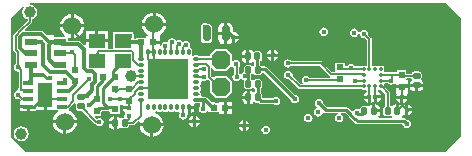
<source format=gtl>
%FSLAX44Y44*%
%MOMM*%
G71*
G01*
G75*
G04 Layer_Physical_Order=1*
G04 Layer_Color=255*
%ADD10C,1.0000*%
%ADD11R,0.6000X0.5000*%
G04:AMPARAMS|DCode=12|XSize=0.508mm|YSize=0.6096mm|CornerRadius=0.127mm|HoleSize=0mm|Usage=FLASHONLY|Rotation=0.000|XOffset=0mm|YOffset=0mm|HoleType=Round|Shape=RoundedRectangle|*
%AMROUNDEDRECTD12*
21,1,0.5080,0.3556,0,0,0.0*
21,1,0.2540,0.6096,0,0,0.0*
1,1,0.2540,0.1270,-0.1778*
1,1,0.2540,-0.1270,-0.1778*
1,1,0.2540,-0.1270,0.1778*
1,1,0.2540,0.1270,0.1778*
%
%ADD12ROUNDEDRECTD12*%
%ADD13P,1.7321X8X22.5*%
G04:AMPARAMS|DCode=14|XSize=0.508mm|YSize=0.6096mm|CornerRadius=0.127mm|HoleSize=0mm|Usage=FLASHONLY|Rotation=270.000|XOffset=0mm|YOffset=0mm|HoleType=Round|Shape=RoundedRectangle|*
%AMROUNDEDRECTD14*
21,1,0.5080,0.3556,0,0,270.0*
21,1,0.2540,0.6096,0,0,270.0*
1,1,0.2540,-0.1778,-0.1270*
1,1,0.2540,-0.1778,0.1270*
1,1,0.2540,0.1778,0.1270*
1,1,0.2540,0.1778,-0.1270*
%
%ADD14ROUNDEDRECTD14*%
G04:AMPARAMS|DCode=15|XSize=0.7112mm|YSize=1.3208mm|CornerRadius=0.1778mm|HoleSize=0mm|Usage=FLASHONLY|Rotation=0.000|XOffset=0mm|YOffset=0mm|HoleType=Round|Shape=RoundedRectangle|*
%AMROUNDEDRECTD15*
21,1,0.7112,0.9652,0,0,0.0*
21,1,0.3556,1.3208,0,0,0.0*
1,1,0.3556,0.1778,-0.4826*
1,1,0.3556,-0.1778,-0.4826*
1,1,0.3556,-0.1778,0.4826*
1,1,0.3556,0.1778,0.4826*
%
%ADD15ROUNDEDRECTD15*%
G04:AMPARAMS|DCode=16|XSize=0.275mm|YSize=0.275mm|CornerRadius=0.0688mm|HoleSize=0mm|Usage=FLASHONLY|Rotation=90.000|XOffset=0mm|YOffset=0mm|HoleType=Round|Shape=RoundedRectangle|*
%AMROUNDEDRECTD16*
21,1,0.2750,0.1375,0,0,90.0*
21,1,0.1375,0.2750,0,0,90.0*
1,1,0.1375,0.0688,0.0688*
1,1,0.1375,0.0688,-0.0688*
1,1,0.1375,-0.0688,-0.0688*
1,1,0.1375,-0.0688,0.0688*
%
%ADD16ROUNDEDRECTD16*%
G04:AMPARAMS|DCode=17|XSize=0.275mm|YSize=0.275mm|CornerRadius=0.0688mm|HoleSize=0mm|Usage=FLASHONLY|Rotation=180.000|XOffset=0mm|YOffset=0mm|HoleType=Round|Shape=RoundedRectangle|*
%AMROUNDEDRECTD17*
21,1,0.2750,0.1375,0,0,180.0*
21,1,0.1375,0.2750,0,0,180.0*
1,1,0.1375,-0.0688,0.0688*
1,1,0.1375,0.0688,0.0688*
1,1,0.1375,0.0688,-0.0688*
1,1,0.1375,-0.0688,-0.0688*
%
%ADD17ROUNDEDRECTD17*%
%ADD18R,0.6096X0.5080*%
%ADD19R,0.5000X0.6000*%
%ADD20R,1.0000X0.6000*%
%ADD21R,0.8500X0.3000*%
%ADD22R,1.3000X2.0000*%
%ADD23R,0.4000X0.4000*%
%ADD24R,0.6000X0.5500*%
%ADD25R,1.4000X1.2000*%
%ADD26R,3.4500X3.4500*%
%ADD27O,0.3000X0.6000*%
%ADD28O,0.6000X0.3000*%
%ADD29C,0.1270*%
%ADD30C,0.2540*%
%ADD31C,0.3000*%
%ADD32C,1.5240*%
%ADD33C,0.4500*%
G36*
X680590Y429909D02*
X693053Y417446D01*
X693143Y417229D01*
Y316577D01*
X693053Y316360D01*
X680590Y303897D01*
X680373Y303807D01*
X325213D01*
X324996Y303897D01*
X313030Y315862D01*
X313033Y315871D01*
D01*
D01*
D01*
X313033Y315871D01*
X313033Y315871D01*
X312897Y316199D01*
X312897D01*
X312869Y316202D01*
X312840Y316230D01*
X312840Y316230D01*
X312840Y316230D01*
X312840Y316230D01*
X312830Y316255D01*
D01*
D01*
D01*
X312830Y316255D01*
X312774Y316391D01*
X312774D01*
X312774Y316391D01*
X312705Y316556D01*
Y316556D01*
D01*
X312697Y316577D01*
Y417229D01*
X312787Y417446D01*
X322620Y427279D01*
X323601Y426473D01*
X322516Y424848D01*
X322029Y422402D01*
X322516Y419956D01*
X323902Y417882D01*
X325976Y416496D01*
X326480Y416395D01*
Y415031D01*
X320429Y408979D01*
X320313Y408956D01*
X319683Y408535D01*
X315008Y403860D01*
X314587Y403230D01*
X314439Y402487D01*
Y390766D01*
X314439Y390766D01*
X314439D01*
X314587Y390022D01*
X315008Y389392D01*
X316320Y388080D01*
Y378602D01*
X315724Y378204D01*
X314946Y377039D01*
X314673Y375666D01*
X314946Y374293D01*
X315724Y373128D01*
X316889Y372350D01*
X318262Y372077D01*
X319114Y371378D01*
Y364513D01*
X319079Y364337D01*
Y359759D01*
X319079Y359759D01*
X319079D01*
X319114Y359583D01*
Y359146D01*
X318516Y356141D01*
X317143Y355868D01*
X315978Y355090D01*
X315200Y353925D01*
X314927Y352552D01*
X315200Y351179D01*
X315978Y350014D01*
X317143Y349236D01*
X318516Y348963D01*
X319218Y349103D01*
X320647Y347675D01*
Y347675D01*
X320386Y346588D01*
X320386Y346588D01*
X320386D01*
Y343818D01*
X327176D01*
Y342548D01*
X328446D01*
Y338508D01*
X333966D01*
Y339758D01*
X340106D01*
Y352298D01*
X342646D01*
Y339758D01*
X350416D01*
Y339778D01*
X352514D01*
X353016Y338567D01*
X350894Y336938D01*
X349265Y334816D01*
X348242Y332344D01*
X348060Y330962D01*
X368220D01*
X368038Y332344D01*
X367015Y334816D01*
X365386Y336938D01*
X363264Y338567D01*
X361096Y339465D01*
Y339535D01*
X361214Y340731D01*
X361325Y340754D01*
X361955Y341175D01*
X366302Y345521D01*
X367422Y344922D01*
X367234Y343980D01*
Y341440D01*
X367431Y340449D01*
X367993Y339609D01*
X368833Y339047D01*
X369824Y338850D01*
X372651D01*
X383437Y328065D01*
X384067Y327644D01*
X384354Y327586D01*
X384812Y326900D01*
X385977Y326122D01*
X387350Y325849D01*
X388723Y326122D01*
X389888Y326900D01*
X390666Y328065D01*
X390939Y329438D01*
X390666Y330811D01*
X389888Y331976D01*
X388723Y332754D01*
X387350Y333027D01*
X385977Y332754D01*
X384936Y332059D01*
X383522Y333473D01*
X384008Y334646D01*
X389088D01*
Y338221D01*
X389339Y338388D01*
X394860D01*
X395306Y338477D01*
X396288Y337671D01*
Y336472D01*
X404828D01*
Y344202D01*
X406478D01*
X407201Y343718D01*
X407610Y343220D01*
X407531Y342820D01*
X412162D01*
Y340280D01*
X407531D01*
X407650Y339681D01*
X408709Y338097D01*
X408955Y337932D01*
X409203Y336686D01*
X408672Y335891D01*
X408399Y334518D01*
X408497Y334025D01*
X407691Y333044D01*
X407352D01*
X406361Y332847D01*
X406081Y332659D01*
X404835Y332907D01*
X404639Y333201D01*
X403379Y334043D01*
X401892Y334339D01*
Y328676D01*
Y323013D01*
X403379Y323309D01*
X404639Y324151D01*
X404835Y324445D01*
X406081Y324693D01*
X406361Y324505D01*
X407352Y324308D01*
X409892D01*
X410883Y324505D01*
X411723Y325067D01*
X412285Y325907D01*
X412449Y326734D01*
X416052D01*
X416795Y326881D01*
X417425Y327303D01*
X420431Y330308D01*
X421647Y329804D01*
X421465Y328422D01*
X441627D01*
X441445Y329804D01*
X440421Y332276D01*
X438792Y334398D01*
X436670Y336027D01*
X434755Y336820D01*
X434682Y337568D01*
X435534Y338509D01*
X436273D01*
X437189Y337897D01*
X438270Y337682D01*
X439351Y337897D01*
X440267Y338509D01*
X441273D01*
X442189Y337897D01*
X443270Y337682D01*
X444351Y337897D01*
X445267Y338509D01*
X446273D01*
X447189Y337897D01*
X448270Y337682D01*
X449351Y337897D01*
X450267Y338509D01*
X451273D01*
X452189Y337897D01*
X453270Y337682D01*
X454351Y337897D01*
X454477Y337981D01*
X455375Y337083D01*
X454954Y336453D01*
X454681Y335080D01*
X454954Y333707D01*
X455732Y332542D01*
X456897Y331764D01*
X458270Y331491D01*
X459643Y331764D01*
X460808Y332542D01*
X461586Y333707D01*
X461859Y335080D01*
X461753Y335612D01*
X462000Y335859D01*
Y342006D01*
X463270D01*
Y343276D01*
X467389D01*
Y343506D01*
X467251Y344200D01*
X468057Y345182D01*
X472644D01*
Y342820D01*
X471918Y341733D01*
X471645Y340360D01*
X471918Y338987D01*
X472696Y337822D01*
X473861Y337044D01*
X475234Y336771D01*
X476607Y337044D01*
X477772Y337822D01*
X478465Y338859D01*
X479680Y338491D01*
Y337860D01*
X487512D01*
X487512Y337860D01*
Y337860D01*
X488220Y337860D01*
X488410Y337670D01*
Y336590D01*
X492680D01*
Y341630D01*
Y346670D01*
X488410D01*
Y345590D01*
X488220Y345400D01*
X487512Y345400D01*
X487512Y345400D01*
Y345400D01*
X485897D01*
X485781Y345573D01*
X484941Y346135D01*
X483950Y346332D01*
X482959Y346135D01*
X482742Y345990D01*
X478729Y350003D01*
X477813Y350615D01*
X476732Y350830D01*
X476732Y350830D01*
X475018D01*
X473379Y351925D01*
X473594Y353006D01*
X473379Y354087D01*
X472767Y355003D01*
Y356009D01*
X473379Y356925D01*
X473594Y358006D01*
X473379Y359087D01*
X472767Y360003D01*
Y361009D01*
X473379Y361925D01*
X473594Y363006D01*
X473586Y363050D01*
X474217Y363995D01*
X474431Y364210D01*
X475742Y363949D01*
X477115Y364222D01*
X478280Y365000D01*
X478455Y365262D01*
X479719Y365387D01*
X480695Y364410D01*
Y364045D01*
X480695Y364045D01*
X480695Y364045D01*
Y354775D01*
X485331Y350139D01*
X494602D01*
X499237Y354775D01*
Y364045D01*
X494602Y368681D01*
X485331D01*
X484259Y367610D01*
X482989D01*
X481839Y368759D01*
Y374831D01*
X483013Y375317D01*
X485584Y372745D01*
X494855D01*
X498479Y376369D01*
X499743Y376244D01*
X500128Y375668D01*
X501293Y374890D01*
X501486Y374852D01*
Y370474D01*
X500890Y370076D01*
X500112Y368911D01*
X499839Y367538D01*
X500112Y366165D01*
X500890Y365000D01*
X502055Y364222D01*
X503428Y363949D01*
X504801Y364222D01*
X505966Y365000D01*
X506519Y365828D01*
X507789D01*
X508002Y365508D01*
X509167Y364730D01*
X509667Y364631D01*
X509735Y364465D01*
X509538Y363474D01*
Y359918D01*
X509735Y358927D01*
X510297Y358087D01*
X511137Y357525D01*
X512128Y357328D01*
X514668D01*
X515659Y357525D01*
X516499Y358087D01*
X516763Y358481D01*
X518033D01*
X518297Y358087D01*
X518808Y357745D01*
Y354893D01*
X517593Y354524D01*
X517415Y354791D01*
X516155Y355633D01*
X514668Y355929D01*
Y350266D01*
Y344603D01*
X516155Y344899D01*
X517415Y345741D01*
X517611Y346035D01*
X518857Y346283D01*
X519137Y346095D01*
X520128Y345898D01*
X522103D01*
X522615Y345387D01*
X522615D01*
X522615Y345387D01*
X522615Y345387D01*
Y345387D01*
X523455Y344825D01*
X524446Y344628D01*
X534544D01*
X535630Y343902D01*
X537004Y343629D01*
X538377Y343902D01*
X539541Y344680D01*
X540319Y345845D01*
X540592Y347218D01*
X540319Y348591D01*
X539541Y349756D01*
X538377Y350534D01*
X537004Y350807D01*
X535630Y350534D01*
X534544Y349808D01*
X525519D01*
X525258Y350069D01*
Y352044D01*
X525061Y353035D01*
X524499Y353875D01*
X523988Y354217D01*
Y357745D01*
X524499Y358087D01*
X525061Y358927D01*
X525258Y359918D01*
Y363474D01*
X525061Y364465D01*
X524499Y365305D01*
X523659Y365867D01*
X522668Y366064D01*
X520128D01*
X519137Y365867D01*
X518297Y365305D01*
X518033Y364911D01*
X516763D01*
X516499Y365305D01*
X515988Y365647D01*
Y368046D01*
Y369683D01*
X516499Y370025D01*
X516763Y370420D01*
X518033D01*
X518297Y370025D01*
X519137Y369463D01*
X520128Y369266D01*
X522668D01*
X523659Y369463D01*
X524499Y370025D01*
X525061Y370865D01*
X525147Y371298D01*
X526739D01*
X549133Y348904D01*
X549388Y347623D01*
X550166Y346458D01*
X551331Y345680D01*
X552704Y345407D01*
X554077Y345680D01*
X555242Y346458D01*
X556020Y347623D01*
X556293Y348996D01*
X556020Y350369D01*
X555242Y351534D01*
X554077Y352312D01*
X552796Y352567D01*
X529643Y375719D01*
X528803Y376281D01*
X527812Y376478D01*
X525011D01*
X524499Y377243D01*
X523734Y377755D01*
Y381113D01*
X524245Y381455D01*
X524807Y382295D01*
X525004Y383286D01*
Y386842D01*
X524807Y387833D01*
X524245Y388673D01*
X523405Y389235D01*
X522414Y389432D01*
X519874D01*
X518883Y389235D01*
X518603Y389047D01*
X517357Y389295D01*
X517161Y389589D01*
X515901Y390431D01*
X514414Y390727D01*
Y385064D01*
Y379401D01*
X515901Y379697D01*
X517161Y380539D01*
X517339Y380806D01*
X518554Y380437D01*
Y377415D01*
X518297Y377243D01*
X518033Y376848D01*
X516763D01*
X516499Y377243D01*
X515659Y377805D01*
X514668Y378002D01*
X512128D01*
X511137Y377805D01*
X510297Y377243D01*
X509735Y376403D01*
X509538Y375412D01*
Y371856D01*
X509619Y371452D01*
X509167Y371362D01*
X508002Y370584D01*
X507449Y369756D01*
X506179D01*
X505966Y370076D01*
X505370Y370474D01*
Y375918D01*
X505982Y376833D01*
X506255Y378206D01*
X505982Y379579D01*
X505204Y380744D01*
X504039Y381522D01*
X502666Y381795D01*
X501293Y381522D01*
X500611Y381066D01*
X499491Y381665D01*
Y386651D01*
X494855Y391287D01*
X485584D01*
X480949Y386651D01*
Y384948D01*
X472804D01*
X472767Y385003D01*
X471851Y385615D01*
X470770Y385830D01*
X467770D01*
X466799Y385637D01*
X465901Y386535D01*
X466094Y387506D01*
Y390506D01*
X465879Y391587D01*
X465267Y392503D01*
X464351Y393115D01*
X464351Y393115D01*
X464351D01*
X463746Y393392D01*
X463746Y393392D01*
X464019Y394765D01*
X463746Y396139D01*
X462968Y397303D01*
X461803Y398081D01*
X460430Y398354D01*
X459057Y398081D01*
X457892Y397303D01*
X457198Y397762D01*
X457198Y397762D01*
X456033Y398540D01*
X454660Y398813D01*
X453287Y398540D01*
X453043Y398377D01*
X451797Y398625D01*
X451356Y399286D01*
X450191Y400064D01*
X448818Y400337D01*
X447445Y400064D01*
X446280Y399286D01*
X445502Y398121D01*
X445474Y397980D01*
X444418Y397275D01*
X443270Y397503D01*
X441897Y397230D01*
X440732Y396452D01*
X439954Y395287D01*
X439681Y393914D01*
X439681Y393914D01*
X439681Y393914D01*
X439522Y393529D01*
X438276Y393776D01*
Y395732D01*
X432736D01*
Y398272D01*
X438276D01*
Y402042D01*
X438276D01*
Y402937D01*
X438702Y403113D01*
X440824Y404742D01*
X442453Y406864D01*
X443476Y409336D01*
X443658Y410718D01*
X423498D01*
X423680Y409336D01*
X424703Y406864D01*
X426332Y404742D01*
X428283Y403245D01*
X427875Y402042D01*
X427196D01*
Y400772D01*
X427006D01*
Y400772D01*
X418466D01*
Y399826D01*
X417145D01*
X416339Y400808D01*
X416593Y402082D01*
X416320Y403455D01*
X415542Y404620D01*
X415510Y404641D01*
Y405406D01*
X414336D01*
X413004Y405671D01*
X411672Y405406D01*
X398970D01*
Y391324D01*
X394780D01*
Y396866D01*
X375700D01*
Y394748D01*
X374527Y394262D01*
X371567Y397221D01*
X370651Y397833D01*
X369570Y398048D01*
X369570Y398048D01*
X360346D01*
Y400189D01*
X361402Y400895D01*
X361584Y400820D01*
X362966Y400638D01*
Y409448D01*
X354156D01*
X354338Y408066D01*
X355361Y405594D01*
X356990Y403472D01*
X358354Y402425D01*
X357946Y401222D01*
X349076D01*
Y402952D01*
X342710D01*
X340058Y405603D01*
X339142Y406215D01*
X338061Y406430D01*
X338061Y406430D01*
X325033D01*
X324547Y407604D01*
X329795Y412853D01*
X330216Y413483D01*
X330364Y414226D01*
Y416395D01*
X330868Y416496D01*
X332942Y417882D01*
X334328Y419956D01*
X334815Y422402D01*
X334328Y424848D01*
X332942Y426922D01*
X330868Y428308D01*
X328722Y428735D01*
X328846Y429999D01*
X680373D01*
X680590Y429909D01*
D02*
G37*
%LPC*%
G36*
X652077Y338328D02*
X648716D01*
Y334967D01*
X649315Y335086D01*
X650899Y336145D01*
X651958Y337729D01*
X652077Y338328D01*
D02*
G37*
G36*
X499490Y340360D02*
X495220D01*
Y336590D01*
X499490D01*
Y340360D01*
D02*
G37*
G36*
X467389Y340736D02*
X464540D01*
Y336640D01*
X464846Y336700D01*
X466183Y337593D01*
X467076Y338930D01*
X467389Y340506D01*
Y340736D01*
D02*
G37*
G36*
X399352Y334339D02*
X397865Y334043D01*
X396605Y333201D01*
X395763Y331941D01*
X395467Y330454D01*
Y329946D01*
X399352D01*
Y334339D01*
D02*
G37*
G36*
X466344Y334577D02*
X465745Y334458D01*
X464161Y333399D01*
X463102Y331815D01*
X462983Y331216D01*
X466344D01*
Y334577D01*
D02*
G37*
G36*
X468884D02*
Y331216D01*
X472245D01*
X472126Y331815D01*
X471067Y333399D01*
X469483Y334458D01*
X468884Y334577D01*
D02*
G37*
G36*
X499490Y346670D02*
X495220D01*
Y342900D01*
X499490D01*
Y346670D01*
D02*
G37*
G36*
X512128Y348996D02*
X508243D01*
Y348488D01*
X508539Y347001D01*
X509381Y345741D01*
X510641Y344899D01*
X512128Y344603D01*
Y348996D01*
D02*
G37*
G36*
X642112Y348996D02*
X638751D01*
X638870Y348397D01*
X639929Y346813D01*
X641513Y345754D01*
X642112Y345635D01*
Y348996D01*
D02*
G37*
G36*
X325906Y341278D02*
X320386D01*
Y338508D01*
X325906D01*
Y341278D01*
D02*
G37*
G36*
X620966Y344499D02*
Y340106D01*
X624851D01*
Y340614D01*
X624555Y342101D01*
X623713Y343361D01*
X622453Y344203D01*
X620966Y344499D01*
D02*
G37*
G36*
X648716Y344229D02*
Y340868D01*
X652077D01*
X651958Y341467D01*
X650899Y343051D01*
X649315Y344110D01*
X648716Y344229D01*
D02*
G37*
G36*
X564250Y336213D02*
X562877Y335940D01*
X561712Y335162D01*
X560934Y333997D01*
X560661Y332624D01*
X560934Y331251D01*
X561712Y330086D01*
X562877Y329308D01*
X564250Y329035D01*
X565623Y329308D01*
X566788Y330086D01*
X567566Y331251D01*
X567839Y332624D01*
X567566Y333997D01*
X566788Y335162D01*
X565623Y335940D01*
X564250Y336213D01*
D02*
G37*
G36*
X528066Y326423D02*
X526693Y326150D01*
X525528Y325372D01*
X524750Y324207D01*
X524477Y322834D01*
X524750Y321461D01*
X525528Y320296D01*
X526693Y319518D01*
X528066Y319245D01*
X529439Y319518D01*
X530604Y320296D01*
X531382Y321461D01*
X531655Y322834D01*
X531382Y324207D01*
X530604Y325372D01*
X529439Y326150D01*
X528066Y326423D01*
D02*
G37*
G36*
X356870Y328422D02*
X348060D01*
X348242Y327040D01*
X349265Y324568D01*
X350894Y322446D01*
X353016Y320817D01*
X355488Y319793D01*
X356870Y319611D01*
Y328422D01*
D02*
G37*
G36*
X368220D02*
X359410D01*
Y319611D01*
X360792Y319793D01*
X363264Y320817D01*
X365386Y322446D01*
X367015Y324568D01*
X368038Y327040D01*
X368220Y328422D01*
D02*
G37*
G36*
X321310Y325925D02*
X318864Y325438D01*
X316790Y324052D01*
X315404Y321978D01*
X314917Y319532D01*
X315404Y317086D01*
X316790Y315012D01*
X318864Y313626D01*
X321310Y313139D01*
X323756Y313626D01*
X325830Y315012D01*
X327216Y317086D01*
X327703Y319532D01*
X327216Y321978D01*
X325830Y324052D01*
X323756Y325438D01*
X321310Y325925D01*
D02*
G37*
G36*
X430276Y325882D02*
X421465D01*
X421647Y324500D01*
X422671Y322028D01*
X424300Y319906D01*
X426422Y318277D01*
X428894Y317253D01*
X430276Y317071D01*
Y325882D01*
D02*
G37*
G36*
X441627D02*
X432816D01*
Y317071D01*
X434198Y317253D01*
X436670Y318277D01*
X438792Y319906D01*
X440421Y322028D01*
X441445Y324500D01*
X441627Y325882D01*
D02*
G37*
G36*
X508508Y325120D02*
X505147D01*
X505266Y324521D01*
X506325Y322937D01*
X507909Y321878D01*
X508508Y321759D01*
Y325120D01*
D02*
G37*
G36*
X472245Y328676D02*
X468884D01*
Y325315D01*
X469483Y325434D01*
X471067Y326493D01*
X472126Y328077D01*
X472245Y328676D01*
D02*
G37*
G36*
X508508Y331021D02*
X507909Y330902D01*
X506325Y329843D01*
X505266Y328259D01*
X505147Y327660D01*
X508508D01*
Y331021D01*
D02*
G37*
G36*
X511048D02*
Y327660D01*
X514409D01*
X514290Y328259D01*
X513231Y329843D01*
X511647Y330902D01*
X511048Y331021D01*
D02*
G37*
G36*
X514409Y325120D02*
X511048D01*
Y321759D01*
X511647Y321878D01*
X513231Y322937D01*
X514290Y324521D01*
X514409Y325120D01*
D02*
G37*
G36*
X399352Y327406D02*
X395467D01*
Y326898D01*
X395763Y325411D01*
X396605Y324151D01*
X397865Y323309D01*
X399352Y323013D01*
Y327406D01*
D02*
G37*
G36*
X466344Y328676D02*
X462983D01*
X463102Y328077D01*
X464161Y326493D01*
X465745Y325434D01*
X466344Y325315D01*
Y328676D01*
D02*
G37*
G36*
X505265Y399796D02*
X501904D01*
Y396435D01*
X502503Y396554D01*
X504087Y397613D01*
X505146Y399197D01*
X505265Y399796D01*
D02*
G37*
G36*
X383970Y406676D02*
X375700D01*
Y399406D01*
X383970D01*
Y406676D01*
D02*
G37*
G36*
X394780D02*
X386510D01*
Y399406D01*
X394780D01*
Y406676D01*
D02*
G37*
G36*
X492886Y403098D02*
X487975D01*
Y399542D01*
X488311Y397857D01*
X489265Y396429D01*
X490693Y395475D01*
X492378Y395139D01*
X492886D01*
Y403098D01*
D02*
G37*
G36*
X477012Y413291D02*
X475639Y413018D01*
X474474Y412240D01*
X473696Y411075D01*
X473581Y410494D01*
X473507Y410383D01*
X473270Y409194D01*
Y399542D01*
X473507Y398353D01*
X474180Y397345D01*
X475189Y396671D01*
X476378Y396434D01*
X479934D01*
X481123Y396671D01*
X482132Y397345D01*
X482805Y398353D01*
X483042Y399542D01*
Y409194D01*
X482805Y410383D01*
X482132Y411391D01*
X481123Y412065D01*
X479934Y412302D01*
X479457D01*
X478385Y413018D01*
X477012Y413291D01*
D02*
G37*
G36*
X495934Y413597D02*
X495426D01*
Y404368D01*
Y395139D01*
X495934D01*
X497619Y395475D01*
X499047Y396429D01*
X499088Y396490D01*
X499364Y396435D01*
Y401066D01*
X500634D01*
Y402336D01*
X505265D01*
X505146Y402935D01*
X504087Y404519D01*
X502503Y405578D01*
X500634Y405950D01*
X500337Y406194D01*
Y409194D01*
X500001Y410879D01*
X499047Y412307D01*
X497619Y413261D01*
X495934Y413597D01*
D02*
G37*
G36*
X374316Y409448D02*
X365506D01*
Y400638D01*
X366888Y400820D01*
X369360Y401843D01*
X371482Y403472D01*
X373111Y405594D01*
X374134Y408066D01*
X374316Y409448D01*
D02*
G37*
G36*
X365506Y420798D02*
Y411988D01*
X374316D01*
X374134Y413370D01*
X373111Y415842D01*
X371482Y417964D01*
X369360Y419593D01*
X366888Y420616D01*
X365506Y420798D01*
D02*
G37*
G36*
X432308Y422068D02*
X430926Y421886D01*
X428454Y420863D01*
X426332Y419234D01*
X424703Y417112D01*
X423680Y414640D01*
X423498Y413258D01*
X432308D01*
Y422068D01*
D02*
G37*
G36*
X434848D02*
Y413258D01*
X443658D01*
X443476Y414640D01*
X442453Y417112D01*
X440824Y419234D01*
X438702Y420863D01*
X436230Y421886D01*
X434848Y422068D01*
D02*
G37*
G36*
X577250Y409573D02*
X575877Y409300D01*
X574712Y408522D01*
X573934Y407357D01*
X573661Y405984D01*
X573934Y404611D01*
X574712Y403446D01*
X575877Y402668D01*
X577250Y402395D01*
X578623Y402668D01*
X579788Y403446D01*
X580566Y404611D01*
X580839Y405984D01*
X580566Y407357D01*
X579788Y408522D01*
X578623Y409300D01*
X577250Y409573D01*
D02*
G37*
G36*
X492886Y413597D02*
X492378D01*
X490693Y413261D01*
X489265Y412307D01*
X488311Y410879D01*
X487975Y409194D01*
Y405638D01*
X492886D01*
Y413597D01*
D02*
G37*
G36*
X362966Y420798D02*
X361584Y420616D01*
X359112Y419593D01*
X356990Y417964D01*
X355361Y415842D01*
X354338Y413370D01*
X354156Y411988D01*
X362966D01*
Y420798D01*
D02*
G37*
G36*
X535178Y390711D02*
Y387350D01*
X538539D01*
X538420Y387949D01*
X537361Y389533D01*
X535777Y390592D01*
X535178Y390711D01*
D02*
G37*
G36*
X512128Y355929D02*
X510641Y355633D01*
X509381Y354791D01*
X508539Y353531D01*
X508243Y352044D01*
Y351536D01*
X512128D01*
Y355929D01*
D02*
G37*
G36*
X648422Y357966D02*
X638342D01*
Y353696D01*
X638566D01*
X639165Y352576D01*
X638870Y352135D01*
X638751Y351536D01*
X648013D01*
X647894Y352135D01*
X647599Y352576D01*
X648198Y353696D01*
X648422D01*
Y357966D01*
D02*
G37*
G36*
X654558Y359220D02*
X650165D01*
X650461Y357733D01*
X651303Y356473D01*
X652563Y355631D01*
X654050Y355335D01*
X654558D01*
Y359220D01*
D02*
G37*
G36*
X648013Y348996D02*
X644652D01*
Y345635D01*
X645251Y345754D01*
X646835Y346813D01*
X647894Y348397D01*
X648013Y348996D01*
D02*
G37*
G36*
X614720Y349290D02*
X611359D01*
X611478Y348691D01*
X612537Y347107D01*
X614121Y346048D01*
X614720Y345929D01*
Y349290D01*
D02*
G37*
G36*
X625621Y349718D02*
X622260D01*
Y346357D01*
X622859Y346476D01*
X624443Y347535D01*
X625502Y349119D01*
X625621Y349718D01*
D02*
G37*
G36*
X661491Y359220D02*
X657098D01*
Y355335D01*
X657606D01*
X659093Y355631D01*
X660353Y356473D01*
X661195Y357733D01*
X661491Y359220D01*
D02*
G37*
G36*
X538539Y384810D02*
X535178D01*
Y381449D01*
X535777Y381568D01*
X537361Y382627D01*
X538420Y384211D01*
X538539Y384810D01*
D02*
G37*
G36*
X511874Y390727D02*
X510387Y390431D01*
X509127Y389589D01*
X508285Y388329D01*
X507989Y386842D01*
Y386334D01*
X511874D01*
Y390727D01*
D02*
G37*
G36*
X532638Y390711D02*
X532039Y390592D01*
X530455Y389533D01*
X529396Y387949D01*
X529277Y387350D01*
X532638D01*
Y390711D01*
D02*
G37*
G36*
X603250Y408719D02*
X601877Y408446D01*
X600712Y407668D01*
X599934Y406503D01*
X599661Y405130D01*
X599934Y403757D01*
X600712Y402592D01*
X601877Y401814D01*
X603250Y401541D01*
X604623Y401814D01*
X605788Y402592D01*
X606566Y403757D01*
X606578Y403818D01*
X607848D01*
X608062Y402741D01*
X608840Y401576D01*
X610005Y400798D01*
X611378Y400525D01*
X612080Y400665D01*
X614048Y398698D01*
Y377335D01*
X612928Y376736D01*
X612441Y377061D01*
X611678Y377213D01*
X610303D01*
X609539Y377061D01*
X608891Y376629D01*
X608787Y376472D01*
X603134D01*
X602486Y377442D01*
X601321Y378220D01*
X599948Y378493D01*
X598575Y378220D01*
X597410Y377442D01*
X596845Y376596D01*
X595630Y376965D01*
Y379476D01*
X586994D01*
Y371973D01*
X584543D01*
X576175Y380341D01*
X575545Y380762D01*
X574802Y380910D01*
X549798D01*
X549400Y381506D01*
X548235Y382284D01*
X546862Y382557D01*
X545489Y382284D01*
X544324Y381506D01*
X543546Y380341D01*
X543273Y378968D01*
X543546Y377595D01*
X544324Y376430D01*
X545489Y375652D01*
X546862Y375379D01*
X548235Y375652D01*
X549400Y376430D01*
X549798Y377026D01*
X573997D01*
X582366Y368658D01*
X582873Y368319D01*
X582504Y367103D01*
X565183D01*
X564894Y367536D01*
X563729Y368314D01*
X562356Y368587D01*
X560983Y368314D01*
X559818Y367536D01*
X559040Y366371D01*
X558767Y364998D01*
X559040Y363625D01*
X559730Y362592D01*
X559131Y361472D01*
X557961D01*
X550819Y368614D01*
X550959Y369316D01*
X550686Y370689D01*
X549908Y371854D01*
X548743Y372632D01*
X547370Y372905D01*
X545997Y372632D01*
X544832Y371854D01*
X544054Y370689D01*
X543781Y369316D01*
X544054Y367943D01*
X544832Y366778D01*
X545997Y366000D01*
X547370Y365727D01*
X548072Y365867D01*
X555783Y358157D01*
X555783Y358157D01*
X556413Y357736D01*
X556413Y357735D01*
X556413Y357735D01*
D01*
X556413Y357735D01*
X556413Y357735D01*
X557156Y357588D01*
X557156Y357588D01*
X608787D01*
X608891Y357431D01*
X609539Y356998D01*
X610303Y356847D01*
X611678D01*
X612441Y356998D01*
X612441Y356998D01*
X612441Y356998D01*
X612685Y356950D01*
X612976Y356516D01*
X613678Y356046D01*
X613678Y354776D01*
X612537Y354013D01*
X611478Y352429D01*
X611359Y351830D01*
X615990D01*
Y350560D01*
X617260D01*
Y345929D01*
X617859Y346048D01*
X618810Y346684D01*
X619121Y346476D01*
X619720Y346357D01*
Y350988D01*
X620990D01*
Y352258D01*
X625621D01*
X625502Y352857D01*
X624443Y354441D01*
X623622Y354990D01*
X623622Y356180D01*
X624604Y356986D01*
X625303Y356847D01*
X626180D01*
X629566Y353461D01*
Y343070D01*
X629247Y343007D01*
X628407Y342445D01*
X627845Y341605D01*
X627648Y340614D01*
Y337058D01*
X627845Y336067D01*
X628407Y335227D01*
X629247Y334665D01*
X630238Y334468D01*
X632778D01*
X633769Y334665D01*
X634049Y334853D01*
X634725Y334718D01*
X635378Y333629D01*
X635200Y333044D01*
X624004D01*
X623635Y334259D01*
X623713Y334311D01*
X624555Y335571D01*
X624851Y337058D01*
Y337566D01*
X619696D01*
Y338836D01*
X618426D01*
Y344499D01*
X616939Y344203D01*
X615679Y343361D01*
X615483Y343067D01*
X614237Y342819D01*
X613957Y343007D01*
X612966Y343204D01*
X610426D01*
X609435Y343007D01*
X608595Y342445D01*
X608033Y341605D01*
X607882Y340842D01*
X606826Y340136D01*
X605536Y340393D01*
X604163Y340120D01*
X602998Y339342D01*
X602580Y338715D01*
X601316Y338591D01*
X598223Y341683D01*
X597383Y342245D01*
X596392Y342442D01*
X579939D01*
X576849Y345532D01*
X576594Y346813D01*
X575816Y347978D01*
X574651Y348756D01*
X573278Y349029D01*
X571905Y348756D01*
X570740Y347978D01*
X569962Y346813D01*
X569689Y345440D01*
X569962Y344067D01*
X570740Y342902D01*
X571841Y342166D01*
X571594Y340921D01*
X571397Y340882D01*
X570232Y340104D01*
X569454Y338939D01*
X569181Y337566D01*
X569454Y336193D01*
X570232Y335028D01*
X571397Y334250D01*
X572770Y333977D01*
X574143Y334250D01*
X575308Y335028D01*
X576086Y336193D01*
X576295Y337245D01*
X577468Y337731D01*
X577875Y337459D01*
X578866Y337262D01*
X589209D01*
X589333Y335998D01*
X589039Y335940D01*
X587874Y335162D01*
X587096Y333997D01*
X586823Y332624D01*
X587096Y331251D01*
X587874Y330086D01*
X589039Y329308D01*
X590412Y329035D01*
X591785Y329308D01*
X592950Y330086D01*
X593728Y331251D01*
X594001Y332624D01*
X593728Y333997D01*
X592950Y335162D01*
X591785Y335940D01*
X591491Y335998D01*
X591615Y337262D01*
X595319D01*
X598254Y334327D01*
X598327Y333960D01*
X598353Y333829D01*
X598915Y332989D01*
X601721Y330183D01*
X602561Y329621D01*
X603059Y329522D01*
X603959Y328623D01*
X604799Y328061D01*
X605790Y327864D01*
X643833D01*
X643875Y327822D01*
X644130Y326541D01*
X644908Y325376D01*
X646073Y324598D01*
X647446Y324325D01*
X648819Y324598D01*
X649984Y325376D01*
X650762Y326541D01*
X651035Y327914D01*
X650762Y329287D01*
X649984Y330452D01*
X648819Y331230D01*
X647538Y331485D01*
X646737Y332285D01*
X645897Y332847D01*
X644906Y333044D01*
X643816D01*
X643528Y333991D01*
X644181Y335081D01*
X645263Y335296D01*
X645577Y335086D01*
X646176Y334967D01*
Y339598D01*
Y344229D01*
X645577Y344110D01*
X643993Y343051D01*
D01*
X643525Y343361D01*
X643525Y343361D01*
Y343361D01*
X642265Y344203D01*
X640778Y344499D01*
Y338836D01*
X638238D01*
Y344499D01*
X636751Y344203D01*
X635491Y343361D01*
X635295Y343067D01*
X634432Y342896D01*
X633450Y343701D01*
Y354266D01*
X633302Y355009D01*
X632881Y355639D01*
X628673Y359847D01*
Y360218D01*
X628521Y360981D01*
X628196Y361468D01*
X628795Y362588D01*
X631596D01*
X631994Y361992D01*
X633159Y361214D01*
X634532Y360941D01*
X635905Y361214D01*
X637070Y361992D01*
X637127Y362077D01*
X638342Y361709D01*
Y360506D01*
X648422D01*
Y364776D01*
X647342D01*
X647152Y364966D01*
X647152Y365650D01*
X648050Y366548D01*
X650963D01*
X651768Y365566D01*
X651597Y364703D01*
X651303Y364507D01*
X650461Y363247D01*
X650165Y361760D01*
X661491D01*
X661195Y363247D01*
X660353Y364507D01*
X660059Y364703D01*
X659811Y365949D01*
X659999Y366229D01*
X660196Y367220D01*
Y369760D01*
X659999Y370751D01*
X659437Y371591D01*
X658597Y372153D01*
X657606Y372350D01*
X654050D01*
X653059Y372153D01*
X652219Y371591D01*
X651657Y370751D01*
X651594Y370432D01*
X647152D01*
Y373506D01*
X639612D01*
Y371472D01*
X628795D01*
X628196Y372592D01*
X628521Y373079D01*
X628673Y373843D01*
Y375218D01*
X628521Y375981D01*
X628089Y376629D01*
X627441Y377061D01*
X626678Y377213D01*
X625303D01*
X624539Y377061D01*
X623891Y376629D01*
X623089D01*
Y376629D01*
X622441Y377062D01*
X621678Y377213D01*
X620303D01*
X619539Y377062D01*
X619052Y376736D01*
X617932Y377335D01*
Y399502D01*
X617785Y400245D01*
X617363Y400875D01*
X614827Y403412D01*
X614967Y404114D01*
X614694Y405487D01*
X613916Y406652D01*
X612751Y407430D01*
X611378Y407703D01*
X610005Y407430D01*
X608840Y406652D01*
X608062Y405487D01*
X608050Y405426D01*
X606780D01*
X606566Y406503D01*
X605788Y407668D01*
X604623Y408446D01*
X603250Y408719D01*
D02*
G37*
G36*
X511874Y383794D02*
X507989D01*
Y383286D01*
X508285Y381799D01*
X509127Y380539D01*
X510387Y379697D01*
X511874Y379401D01*
Y383794D01*
D02*
G37*
G36*
X532638Y384810D02*
X529277D01*
X529396Y384211D01*
X530455Y382627D01*
X532039Y381568D01*
X532638Y381449D01*
Y384810D01*
D02*
G37*
%LPD*%
D10*
X414060Y368006D02*
D03*
X328422Y422402D02*
D03*
X321310Y319532D02*
D03*
D11*
X483950Y341630D02*
D03*
X493950D02*
D03*
X400478Y367792D02*
D03*
X390478D02*
D03*
X432736Y397002D02*
D03*
X422736D02*
D03*
D12*
X521398Y361696D02*
D03*
X513398D02*
D03*
X521398Y350266D02*
D03*
X513398D02*
D03*
Y373634D02*
D03*
X521398D02*
D03*
X513144Y385064D02*
D03*
X521144D02*
D03*
X619696Y338836D02*
D03*
X611696D02*
D03*
X631508D02*
D03*
X639508D02*
D03*
X408622Y328676D02*
D03*
X400622D02*
D03*
D13*
X489966Y359410D02*
D03*
X490220Y382016D02*
D03*
D14*
X371602Y350710D02*
D03*
Y342710D02*
D03*
X655828Y360490D02*
D03*
Y368490D02*
D03*
D15*
X494156Y404368D02*
D03*
X478156D02*
D03*
D16*
X610990Y359530D02*
D03*
Y364530D02*
D03*
Y369530D02*
D03*
Y374530D02*
D03*
X625990D02*
D03*
Y369530D02*
D03*
Y364530D02*
D03*
Y359530D02*
D03*
D17*
X615990Y374530D02*
D03*
X620990D02*
D03*
Y359530D02*
D03*
X615990D02*
D03*
D18*
X591312Y375666D02*
D03*
Y365586D02*
D03*
D19*
X643382Y359236D02*
D03*
Y369236D02*
D03*
X366776Y363808D02*
D03*
Y373808D02*
D03*
X385318Y338916D02*
D03*
Y348916D02*
D03*
X412750Y357552D02*
D03*
Y347552D02*
D03*
D20*
X354076Y377952D02*
D03*
Y387452D02*
D03*
Y396952D02*
D03*
X329076D02*
D03*
Y377952D02*
D03*
Y387452D02*
D03*
D21*
X355576Y342548D02*
D03*
Y349048D02*
D03*
Y355548D02*
D03*
Y362048D02*
D03*
X327176Y342548D02*
D03*
Y349048D02*
D03*
Y355548D02*
D03*
Y362048D02*
D03*
D22*
X341376Y352298D02*
D03*
D23*
X396558Y348742D02*
D03*
X404558D02*
D03*
D24*
X400558Y356992D02*
D03*
Y340492D02*
D03*
D25*
X407240Y398136D02*
D03*
X385240Y398136D02*
D03*
X407240Y381136D02*
D03*
X385240Y381136D02*
D03*
D26*
X445770Y365506D02*
D03*
D27*
X428270Y389006D02*
D03*
X433270D02*
D03*
X438270D02*
D03*
X443270D02*
D03*
X448270D02*
D03*
X453270D02*
D03*
X458270D02*
D03*
X463270D02*
D03*
Y342006D02*
D03*
X458270D02*
D03*
X453270D02*
D03*
X448270D02*
D03*
X443270D02*
D03*
X438270D02*
D03*
X433270D02*
D03*
X428270D02*
D03*
D28*
X469270Y383006D02*
D03*
Y378006D02*
D03*
Y373006D02*
D03*
Y368006D02*
D03*
Y363006D02*
D03*
Y358006D02*
D03*
Y353006D02*
D03*
Y348006D02*
D03*
X422270D02*
D03*
Y353006D02*
D03*
Y358006D02*
D03*
Y363006D02*
D03*
Y368006D02*
D03*
Y373006D02*
D03*
Y378006D02*
D03*
Y383006D02*
D03*
D29*
X338126Y349048D02*
X355576D01*
X336736D02*
X338126D01*
X321056Y407162D02*
X321358D01*
X328422Y414226D01*
Y423926D01*
X531876Y386080D02*
X533908D01*
X458270Y335080D02*
Y342006D01*
X503428Y367538D02*
Y377444D01*
X502666Y378206D02*
X503428Y377444D01*
X458270Y389006D02*
Y392605D01*
X460430Y394765D01*
X489230Y383006D02*
X490220Y382016D01*
X469270Y383006D02*
X489230D01*
X469270Y378006D02*
X469561Y378297D01*
X477463D01*
X479897Y375863D01*
Y367955D02*
Y375863D01*
Y367955D02*
X490220Y357632D01*
X453270Y393834D02*
X454660Y395224D01*
X453270Y389006D02*
Y393834D01*
X448270Y396200D02*
X448818Y396748D01*
X448270Y389006D02*
Y396200D01*
X443270Y389006D02*
Y393914D01*
X471721Y374142D02*
X475742D01*
X470117Y367538D02*
X475742D01*
X316381Y402487D02*
X321056Y407162D01*
X316381Y390766D02*
Y402487D01*
Y390766D02*
X318262Y388885D01*
Y375666D02*
Y388885D01*
X319024Y375666D02*
X321056Y373634D01*
X318262Y375666D02*
X319024D01*
X321056Y364372D02*
Y373634D01*
X321021Y364337D02*
X321056Y364372D01*
X321021Y359759D02*
Y364337D01*
Y359759D02*
X321056Y359724D01*
Y356616D02*
Y359724D01*
X412750Y357552D02*
X414702D01*
X420156Y363006D01*
X422270D01*
X385240Y381136D02*
Y387272D01*
X387350Y389382D01*
X414688D01*
X416145Y387925D01*
Y382177D02*
Y387925D01*
Y382177D02*
X420316Y378006D01*
X422270D01*
X438270Y340691D02*
Y342006D01*
X414060Y368006D02*
X422270D01*
X364998Y346964D02*
Y352988D01*
X365252Y387604D02*
X366776Y386080D01*
Y373808D02*
Y386080D01*
X360582Y342548D02*
X364998Y346964D01*
X355576Y342548D02*
X360582D01*
X469270Y378006D02*
X470585D01*
X432736Y389006D02*
Y397002D01*
Y386230D02*
Y389006D01*
X433270Y378006D02*
Y389006D01*
X428270Y383006D02*
Y389006D01*
X432736D02*
X433270D01*
X428270D02*
X432736D01*
X422270Y358006D02*
X438270D01*
X371602Y342646D02*
Y342710D01*
X420955Y358006D02*
X422270D01*
X417365Y354416D02*
X420955Y358006D01*
X417365Y353101D02*
Y354416D01*
X412750Y348486D02*
X417365Y353101D01*
X412750Y347552D02*
Y348486D01*
X401320Y355214D02*
X403658Y357552D01*
X412750D01*
X364490Y407162D02*
X373516Y398136D01*
X385240D01*
X432736Y397002D02*
Y406226D01*
X318516Y352552D02*
X322020Y349048D01*
X327176D01*
X326108Y356616D02*
X327176Y355548D01*
X321056Y356616D02*
X326108D01*
X365100Y387452D02*
X365252Y387604D01*
X354076Y387452D02*
X365100D01*
X469270Y353006D02*
X471624D01*
X469270Y358006D02*
X470585D01*
Y373006D02*
X471721Y374142D01*
X469270Y373006D02*
X470585D01*
X470117Y367538D02*
X470585Y368006D01*
X469270D02*
X470585D01*
X469270Y363006D02*
X470585D01*
X371602Y342646D02*
X384810Y329438D01*
X387350D01*
X422270Y334894D02*
Y348006D01*
X416052Y328676D02*
X422270Y334894D01*
X408622Y328676D02*
X416052D01*
X411988Y332042D02*
Y334518D01*
X408622Y328676D02*
X411988Y332042D01*
X364998Y352988D02*
X365688D01*
X378206Y365506D01*
X412162Y341550D02*
Y348742D01*
X396558D02*
X412162D01*
X615990Y350560D02*
Y359530D01*
X620990Y350988D02*
Y359530D01*
X603798Y364530D02*
X610990D01*
X591566Y374530D02*
X610990D01*
X557156Y359530D02*
X610990D01*
X547370Y369316D02*
X557156Y359530D01*
X615990Y374530D02*
Y399502D01*
X611378Y404114D02*
X615990Y399502D01*
X625990Y364530D02*
X634532D01*
X634746Y364744D02*
Y369530D01*
X625990D02*
X634746D01*
X643088D01*
X590887Y365161D02*
X591312Y365586D01*
X562519Y365161D02*
X590887D01*
X562356Y364998D02*
X562519Y365161D01*
X610489Y370031D02*
X610990Y369530D01*
X583739Y370031D02*
X610489D01*
X574802Y378968D02*
X583739Y370031D01*
X546862Y378968D02*
X574802D01*
X643382Y350266D02*
Y359236D01*
X625990Y359530D02*
X626244D01*
X631508Y354266D01*
Y338836D02*
Y354266D01*
X639508Y338836D02*
X643382Y342710D01*
Y350266D01*
X644334Y342710D02*
X647446Y339598D01*
X643382Y342710D02*
X644334D01*
X644128Y368490D02*
X655828D01*
X644636Y360490D02*
X655828D01*
D30*
X338126Y349048D02*
X341376Y352298D01*
X331626Y342548D02*
X338126Y349048D01*
X327176Y342548D02*
X331626D01*
X387684Y340614D02*
X388048Y340978D01*
X390398Y358394D02*
X398780Y366776D01*
Y372676D01*
X385318Y348916D02*
Y359805D01*
X390854Y342016D02*
X400050D01*
X513398Y368046D02*
Y373634D01*
Y361696D02*
Y368046D01*
X510540D02*
X513398D01*
X604230Y332014D02*
X605790Y330454D01*
X603552Y332014D02*
X604230D01*
X600746Y334820D02*
X603552Y332014D01*
X600746Y334820D02*
Y335498D01*
X596392Y339852D02*
X600746Y335498D01*
X605790Y330454D02*
X644906D01*
X578866Y339852D02*
X596392D01*
X573278Y345440D02*
X578866Y339852D01*
X605536Y336804D02*
X605790Y336550D01*
X610934D01*
X497332Y404368D02*
X500634Y401066D01*
X494156Y404368D02*
X497332D01*
X644906Y330454D02*
X647446Y327914D01*
X527812Y373888D02*
X552704Y348996D01*
X521144Y373888D02*
X527812D01*
X602742Y404622D02*
X603250Y405130D01*
X521398Y349948D02*
Y361696D01*
X524446Y347218D02*
X537004D01*
X521398Y350266D02*
X524446Y347218D01*
X483950Y341630D02*
Y343742D01*
X494538Y341630D02*
X495300Y340868D01*
X493950Y341630D02*
X494538D01*
X521144Y373888D02*
Y385064D01*
X478156Y404368D02*
Y408558D01*
Y400430D02*
Y404368D01*
X475234Y346508D02*
X476732Y348006D01*
X475234Y340360D02*
Y346508D01*
X378714Y344170D02*
X383460Y348916D01*
X385318D01*
X398780Y372676D02*
X407240Y381136D01*
X477012Y409702D02*
X478156Y408558D01*
X388048Y340978D02*
X394860D01*
X390398Y345440D02*
X394860Y340978D01*
X390398Y345440D02*
Y358394D01*
X339852Y369316D02*
X342646Y366522D01*
X345186D01*
X385318Y359805D02*
X390398Y364885D01*
Y367792D01*
X603758Y364490D02*
X603798Y364530D01*
D31*
X387016Y340614D02*
X387684D01*
X385318Y338916D02*
X387016Y340614D01*
X381278Y361479D02*
X383226Y363427D01*
X381278Y356132D02*
Y361479D01*
X376936Y351790D02*
X381278Y356132D01*
X373888Y375571D02*
Y390906D01*
Y375571D02*
X377093Y372366D01*
X380998D02*
X383226Y370138D01*
X377093Y372366D02*
X380998D01*
X322315Y403606D02*
X338061D01*
X319786Y401077D02*
X322315Y403606D01*
X319786Y392176D02*
Y401077D01*
X338061Y403606D02*
X344715Y396952D01*
X354076D01*
X422736Y390064D02*
Y397002D01*
Y383472D02*
Y389890D01*
X422910D01*
X422736Y390064D02*
X422910Y389890D01*
X476732Y348006D02*
X482934Y341804D01*
X329076Y369316D02*
Y377952D01*
X358982Y371602D02*
X366776Y363808D01*
X345694Y371602D02*
X358982D01*
X339344Y377952D02*
X345694Y371602D01*
X366776Y360426D02*
Y363808D01*
X361898Y355548D02*
X366776Y360426D01*
X355576Y355548D02*
X361898D01*
X337616Y396952D02*
X339344Y395224D01*
Y377952D02*
Y395224D01*
X369570D02*
X373888Y390906D01*
X355804Y395224D02*
X369570D01*
X354076Y396952D02*
X355804Y395224D01*
X373698Y351790D02*
X376936D01*
X346914Y396952D02*
X354076D01*
X344424Y394462D02*
X346914Y396952D01*
X344424Y382524D02*
Y394462D01*
Y382524D02*
X348996Y377952D01*
X354076D01*
X319786Y392176D02*
X324510Y387452D01*
X329076D01*
Y396952D02*
X337616D01*
X372364Y350456D02*
X373698Y351790D01*
X408374Y397002D02*
X422736D01*
X327176Y362048D02*
X329076Y363948D01*
X469270Y348006D02*
X476732D01*
X383226Y363427D02*
Y367585D01*
X329076Y363948D02*
Y369316D01*
X339852D01*
X383226Y367030D02*
Y370138D01*
D32*
X433578Y411988D02*
D03*
X431546Y327152D02*
D03*
X358140Y329692D02*
D03*
X364236Y410718D02*
D03*
D33*
X387350Y329438D02*
D03*
X364490Y388516D02*
D03*
X358140Y365252D02*
D03*
X510540Y368046D02*
D03*
X572770Y337566D02*
D03*
X590412Y332624D02*
D03*
X564250D02*
D03*
X573278Y345440D02*
D03*
X605536Y336804D02*
D03*
X552704Y348996D02*
D03*
X611378Y404114D02*
D03*
X603250Y405130D02*
D03*
X577250Y405984D02*
D03*
X537004Y347218D02*
D03*
X475234Y340360D02*
D03*
X528066Y322834D02*
D03*
X647446Y327914D02*
D03*
X533908Y386080D02*
D03*
X509778Y326390D02*
D03*
X458270Y335080D02*
D03*
X503428Y367538D02*
D03*
X502666Y378206D02*
D03*
X460430Y394765D02*
D03*
X448818Y396748D02*
D03*
X454660Y395224D02*
D03*
X443270Y393914D02*
D03*
X318262Y375666D02*
D03*
X378714Y344170D02*
D03*
X475742Y367538D02*
D03*
Y374142D02*
D03*
X411480Y382270D02*
D03*
X337616Y396952D02*
D03*
X477012Y409702D02*
D03*
X413004Y402082D02*
D03*
X345186Y366522D02*
D03*
X467614Y329946D02*
D03*
X412162Y341550D02*
D03*
X376936Y351790D02*
D03*
X500634Y401066D02*
D03*
X318516Y352552D02*
D03*
X411988Y334518D02*
D03*
X378206Y365506D02*
D03*
X546862Y378968D02*
D03*
X603758Y364490D02*
D03*
X615990Y350560D02*
D03*
X620990Y350988D02*
D03*
X599948Y374904D02*
D03*
X547370Y369316D02*
D03*
X634532Y364530D02*
D03*
X562356Y364998D02*
D03*
X643382Y350266D02*
D03*
X647446Y339598D02*
D03*
M02*

</source>
